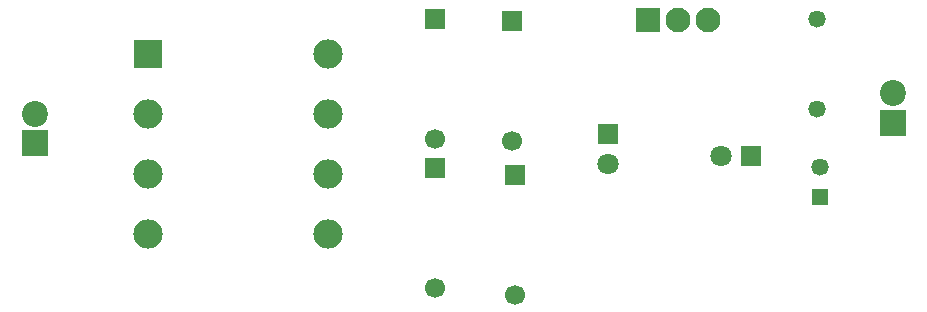
<source format=gbr>
G04 DipTrace 3.0.0.1*
G04 BottomMask.gbr*
%MOIN*%
G04 #@! TF.FileFunction,Soldermask,Bot*
G04 #@! TF.Part,Single*
%ADD36C,0.082677*%
%ADD37C,0.066929*%
%ADD38R,0.082677X0.082677*%
%ADD39R,0.066929X0.066929*%
%ADD40C,0.097874*%
%ADD42R,0.097874X0.097874*%
%ADD44C,0.057874*%
%ADD46C,0.086614*%
%ADD48R,0.086614X0.086614*%
%ADD49R,0.070866X0.070866*%
%ADD50R,0.057874X0.057874*%
%ADD52C,0.057874*%
%ADD57C,0.070866*%
%FSLAX26Y26*%
G04*
G70*
G90*
G75*
G01*
G04 BotMask*
%LPD*%
D57*
X2494882Y979528D3*
D49*
Y1079528D3*
D57*
X2872835Y1006299D3*
D49*
X2972835D3*
D39*
X1916535Y1462598D3*
D37*
Y1064961D3*
D39*
X1917717Y966535D3*
D37*
Y568898D3*
D39*
X2175591Y1456299D3*
D37*
Y1058661D3*
D39*
X2184252Y943307D3*
D37*
Y545669D3*
D52*
X3201575Y971260D3*
D50*
Y871260D3*
D48*
X585039Y1051181D3*
D46*
Y1148425D3*
D52*
X3192520Y1464567D3*
D44*
Y1164567D3*
D42*
X963021Y1348425D3*
D40*
Y1148425D3*
Y948425D3*
Y748425D3*
X1563021D3*
Y948425D3*
Y1148425D3*
Y1348425D3*
D38*
X2628346Y1462205D3*
D36*
X2728346D3*
X2828346D3*
D48*
X3443307Y1118504D3*
D46*
Y1215748D3*
M02*

</source>
